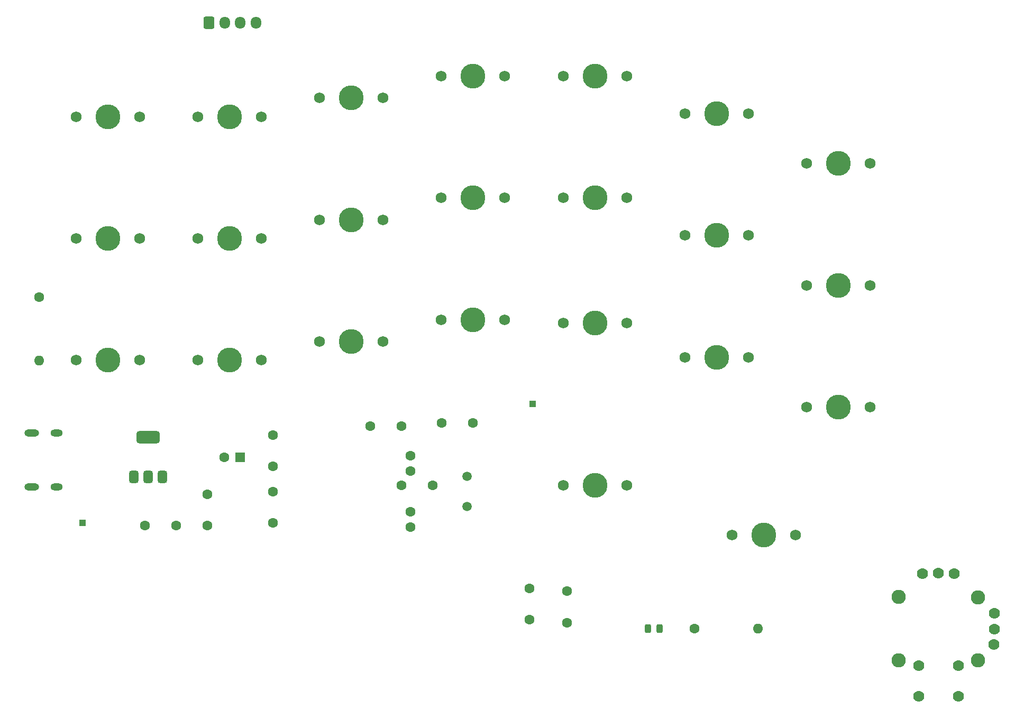
<source format=gts>
%TF.GenerationSoftware,KiCad,Pcbnew,8.0.2*%
%TF.CreationDate,2024-10-11T16:26:55+02:00*%
%TF.ProjectId,duo_board,64756f5f-626f-4617-9264-2e6b69636164,rev?*%
%TF.SameCoordinates,Original*%
%TF.FileFunction,Soldermask,Top*%
%TF.FilePolarity,Negative*%
%FSLAX46Y46*%
G04 Gerber Fmt 4.6, Leading zero omitted, Abs format (unit mm)*
G04 Created by KiCad (PCBNEW 8.0.2) date 2024-10-11 16:26:55*
%MOMM*%
%LPD*%
G01*
G04 APERTURE LIST*
G04 Aperture macros list*
%AMRoundRect*
0 Rectangle with rounded corners*
0 $1 Rounding radius*
0 $2 $3 $4 $5 $6 $7 $8 $9 X,Y pos of 4 corners*
0 Add a 4 corners polygon primitive as box body*
4,1,4,$2,$3,$4,$5,$6,$7,$8,$9,$2,$3,0*
0 Add four circle primitives for the rounded corners*
1,1,$1+$1,$2,$3*
1,1,$1+$1,$4,$5*
1,1,$1+$1,$6,$7*
1,1,$1+$1,$8,$9*
0 Add four rect primitives between the rounded corners*
20,1,$1+$1,$2,$3,$4,$5,0*
20,1,$1+$1,$4,$5,$6,$7,0*
20,1,$1+$1,$6,$7,$8,$9,0*
20,1,$1+$1,$8,$9,$2,$3,0*%
G04 Aperture macros list end*
%ADD10C,1.500000*%
%ADD11C,1.600000*%
%ADD12O,1.600000X1.600000*%
%ADD13R,1.600000X1.600000*%
%ADD14RoundRect,0.375000X0.375000X-0.625000X0.375000X0.625000X-0.375000X0.625000X-0.375000X-0.625000X0*%
%ADD15RoundRect,0.500000X1.400000X-0.500000X1.400000X0.500000X-1.400000X0.500000X-1.400000X-0.500000X0*%
%ADD16C,1.750000*%
%ADD17C,3.987800*%
%ADD18R,1.000000X1.000000*%
%ADD19RoundRect,0.243750X0.243750X0.456250X-0.243750X0.456250X-0.243750X-0.456250X0.243750X-0.456250X0*%
%ADD20RoundRect,0.250000X-0.600000X-0.725000X0.600000X-0.725000X0.600000X0.725000X-0.600000X0.725000X0*%
%ADD21O,1.700000X1.950000*%
%ADD22O,2.352400X1.152400*%
%ADD23O,1.952400X1.152400*%
%ADD24C,1.778000*%
%ADD25C,2.286000*%
G04 APERTURE END LIST*
D10*
%TO.C,Y1*%
X133500000Y-106050000D03*
X133500000Y-110930000D03*
%TD*%
D11*
%TO.C,R2*%
X169920000Y-130500000D03*
D12*
X180080000Y-130500000D03*
%TD*%
D11*
%TO.C,R1*%
X65000000Y-77420000D03*
D12*
X65000000Y-87580000D03*
%TD*%
D11*
%TO.C,C12*%
X92000000Y-114000000D03*
X92000000Y-109000000D03*
%TD*%
%TO.C,C11*%
X82000000Y-114000000D03*
X87000000Y-114000000D03*
%TD*%
%TO.C,C10*%
X124500000Y-111750000D03*
X124500000Y-114250000D03*
%TD*%
%TO.C,C9*%
X124500000Y-102750000D03*
X124500000Y-105250000D03*
%TD*%
%TO.C,C8*%
X149500000Y-129500000D03*
X149500000Y-124500000D03*
%TD*%
%TO.C,C7*%
X143500000Y-129000000D03*
X143500000Y-124000000D03*
%TD*%
%TO.C,C6*%
X134500000Y-97500000D03*
X129500000Y-97500000D03*
%TD*%
D13*
%TO.C,C5*%
X97196400Y-103000000D03*
D11*
X94696400Y-103000000D03*
%TD*%
%TO.C,C4*%
X118000000Y-98000000D03*
X123000000Y-98000000D03*
%TD*%
%TO.C,C3*%
X102500000Y-104500000D03*
X102500000Y-99500000D03*
%TD*%
%TO.C,C2*%
X123000000Y-107500000D03*
X128000000Y-107500000D03*
%TD*%
%TO.C,C1*%
X102500000Y-113500000D03*
X102500000Y-108500000D03*
%TD*%
D14*
%TO.C,U3*%
X80200000Y-106150000D03*
X82500000Y-106150000D03*
D15*
X82500000Y-99850000D03*
D14*
X84800000Y-106150000D03*
%TD*%
D16*
%TO.C,MX16*%
X90420000Y-87500000D03*
D17*
X95500000Y-87500000D03*
D16*
X100580000Y-87500000D03*
%TD*%
%TO.C,MX4*%
X129420000Y-42000000D03*
D17*
X134500000Y-42000000D03*
D16*
X139580000Y-42000000D03*
%TD*%
%TO.C,MX18*%
X129420000Y-81000000D03*
D17*
X134500000Y-81000000D03*
D16*
X139580000Y-81000000D03*
%TD*%
%TO.C,MX13*%
X168420000Y-67500000D03*
D17*
X173500000Y-67500000D03*
D16*
X178580000Y-67500000D03*
%TD*%
%TO.C,MX9*%
X90420000Y-68000000D03*
D17*
X95500000Y-68000000D03*
D16*
X100580000Y-68000000D03*
%TD*%
%TO.C,MX6*%
X168420000Y-48000000D03*
D17*
X173500000Y-48000000D03*
D16*
X178580000Y-48000000D03*
%TD*%
%TO.C,MX22*%
X148920000Y-107500000D03*
D17*
X154000000Y-107500000D03*
D16*
X159080000Y-107500000D03*
%TD*%
%TO.C,MX21*%
X187920000Y-95000000D03*
D17*
X193000000Y-95000000D03*
D16*
X198080000Y-95000000D03*
%TD*%
%TO.C,MX3*%
X109920000Y-45500000D03*
D17*
X115000000Y-45500000D03*
D16*
X120080000Y-45500000D03*
%TD*%
D18*
%TO.C,TP1*%
X72000000Y-113500000D03*
%TD*%
D19*
%TO.C,D24*%
X164375000Y-130500000D03*
X162500000Y-130500000D03*
%TD*%
D16*
%TO.C,MX23*%
X175920000Y-115500000D03*
D17*
X181000000Y-115500000D03*
D16*
X186080000Y-115500000D03*
%TD*%
%TO.C,MX17*%
X109920000Y-84500000D03*
D17*
X115000000Y-84500000D03*
D16*
X120080000Y-84500000D03*
%TD*%
%TO.C,MX1*%
X70920000Y-48500000D03*
D17*
X76000000Y-48500000D03*
D16*
X81080000Y-48500000D03*
%TD*%
%TO.C,MX2*%
X90420000Y-48500000D03*
D17*
X95500000Y-48500000D03*
D16*
X100580000Y-48500000D03*
%TD*%
%TO.C,MX20*%
X168420000Y-87000000D03*
D17*
X173500000Y-87000000D03*
D16*
X178580000Y-87000000D03*
%TD*%
%TO.C,MX11*%
X129420000Y-61500000D03*
D17*
X134500000Y-61500000D03*
D16*
X139580000Y-61500000D03*
%TD*%
%TO.C,MX14*%
X187920000Y-75500000D03*
D17*
X193000000Y-75500000D03*
D16*
X198080000Y-75500000D03*
%TD*%
%TO.C,MX7*%
X187920000Y-56000000D03*
D17*
X193000000Y-56000000D03*
D16*
X198080000Y-56000000D03*
%TD*%
D20*
%TO.C,J3*%
X92250000Y-33475000D03*
D21*
X94750000Y-33475000D03*
X97250000Y-33475000D03*
X99750000Y-33475000D03*
%TD*%
D16*
%TO.C,MX5*%
X148920000Y-42000000D03*
D17*
X154000000Y-42000000D03*
D16*
X159080000Y-42000000D03*
%TD*%
%TO.C,MX19*%
X148920000Y-81500000D03*
D17*
X154000000Y-81500000D03*
D16*
X159080000Y-81500000D03*
%TD*%
%TO.C,MX12*%
X148920000Y-61500000D03*
D17*
X154000000Y-61500000D03*
D16*
X159080000Y-61500000D03*
%TD*%
%TO.C,MX10*%
X109920000Y-65000000D03*
D17*
X115000000Y-65000000D03*
D16*
X120080000Y-65000000D03*
%TD*%
%TO.C,MX8*%
X70920000Y-68000000D03*
D17*
X76000000Y-68000000D03*
D16*
X81080000Y-68000000D03*
%TD*%
%TO.C,MX15*%
X70920000Y-87500000D03*
D17*
X76000000Y-87500000D03*
D16*
X81080000Y-87500000D03*
%TD*%
D22*
%TO.C,J2*%
X63850000Y-107820000D03*
X63850000Y-99180000D03*
D23*
X67850000Y-107820000D03*
X67850000Y-99180000D03*
%TD*%
D18*
%TO.C,TP2*%
X144000000Y-94500000D03*
%TD*%
D24*
%TO.C,U2*%
X212175000Y-141314800D03*
X205825000Y-141295000D03*
X212175000Y-136374800D03*
X205815000Y-136354800D03*
X211525000Y-121624800D03*
X208985000Y-121604800D03*
X206445000Y-121624800D03*
D25*
X215350000Y-135564800D03*
X215350000Y-125434800D03*
X202650000Y-125420000D03*
X202650000Y-135580000D03*
D24*
X217890000Y-133040000D03*
X217905000Y-130514800D03*
X217905000Y-127974800D03*
%TD*%
M02*

</source>
